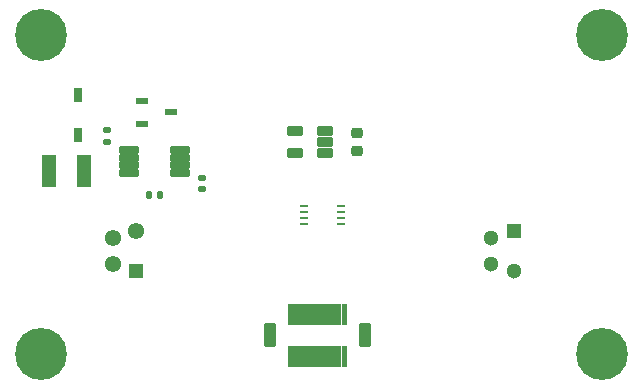
<source format=gbs>
G04 #@! TF.GenerationSoftware,KiCad,Pcbnew,9.0.4*
G04 #@! TF.CreationDate,2025-12-23T06:35:08-05:00*
G04 #@! TF.ProjectId,main_board_peripheral_v2,6d61696e-5f62-46f6-9172-645f70657269,rev?*
G04 #@! TF.SameCoordinates,Original*
G04 #@! TF.FileFunction,Soldermask,Bot*
G04 #@! TF.FilePolarity,Negative*
%FSLAX46Y46*%
G04 Gerber Fmt 4.6, Leading zero omitted, Abs format (unit mm)*
G04 Created by KiCad (PCBNEW 9.0.4) date 2025-12-23 06:35:08*
%MOMM*%
%LPD*%
G01*
G04 APERTURE LIST*
G04 Aperture macros list*
%AMRoundRect*
0 Rectangle with rounded corners*
0 $1 Rounding radius*
0 $2 $3 $4 $5 $6 $7 $8 $9 X,Y pos of 4 corners*
0 Add a 4 corners polygon primitive as box body*
4,1,4,$2,$3,$4,$5,$6,$7,$8,$9,$2,$3,0*
0 Add four circle primitives for the rounded corners*
1,1,$1+$1,$2,$3*
1,1,$1+$1,$4,$5*
1,1,$1+$1,$6,$7*
1,1,$1+$1,$8,$9*
0 Add four rect primitives between the rounded corners*
20,1,$1+$1,$2,$3,$4,$5,0*
20,1,$1+$1,$4,$5,$6,$7,0*
20,1,$1+$1,$6,$7,$8,$9,0*
20,1,$1+$1,$8,$9,$2,$3,0*%
G04 Aperture macros list end*
%ADD10C,0.010000*%
%ADD11C,4.400000*%
%ADD12R,1.300000X1.300000*%
%ADD13C,1.381000*%
%ADD14C,1.300000*%
%ADD15RoundRect,0.085500X-0.751500X-0.256500X0.751500X-0.256500X0.751500X0.256500X-0.751500X0.256500X0*%
%ADD16RoundRect,0.140000X-0.170000X0.140000X-0.170000X-0.140000X0.170000X-0.140000X0.170000X0.140000X0*%
%ADD17R,0.750000X1.200000*%
%ADD18RoundRect,0.198500X0.508500X0.198500X-0.508500X0.198500X-0.508500X-0.198500X0.508500X-0.198500X0*%
%ADD19RoundRect,0.102000X0.400000X0.900000X-0.400000X0.900000X-0.400000X-0.900000X0.400000X-0.900000X0*%
%ADD20R,1.180000X2.810000*%
%ADD21R,0.800100X0.254000*%
%ADD22R,1.050000X0.600000*%
%ADD23RoundRect,0.225000X-0.250000X0.225000X-0.250000X-0.225000X0.250000X-0.225000X0.250000X0.225000X0*%
%ADD24RoundRect,0.140000X0.140000X0.170000X-0.140000X0.170000X-0.140000X-0.170000X0.140000X-0.170000X0*%
G04 APERTURE END LIST*
D10*
X112325000Y-101475000D02*
X111925000Y-101475000D01*
X111925000Y-99775000D01*
X112325000Y-99775000D01*
X112325000Y-101475000D01*
G36*
X112325000Y-101475000D02*
G01*
X111925000Y-101475000D01*
X111925000Y-99775000D01*
X112325000Y-99775000D01*
X112325000Y-101475000D01*
G37*
X112325000Y-105075000D02*
X111925000Y-105075000D01*
X111925000Y-103375000D01*
X112325000Y-103375000D01*
X112325000Y-105075000D01*
G36*
X112325000Y-105075000D02*
G01*
X111925000Y-105075000D01*
X111925000Y-103375000D01*
X112325000Y-103375000D01*
X112325000Y-105075000D01*
G37*
X112825000Y-101475000D02*
X112425000Y-101475000D01*
X112425000Y-99775000D01*
X112825000Y-99775000D01*
X112825000Y-101475000D01*
G36*
X112825000Y-101475000D02*
G01*
X112425000Y-101475000D01*
X112425000Y-99775000D01*
X112825000Y-99775000D01*
X112825000Y-101475000D01*
G37*
X112825000Y-105075000D02*
X112425000Y-105075000D01*
X112425000Y-103375000D01*
X112825000Y-103375000D01*
X112825000Y-105075000D01*
G36*
X112825000Y-105075000D02*
G01*
X112425000Y-105075000D01*
X112425000Y-103375000D01*
X112825000Y-103375000D01*
X112825000Y-105075000D01*
G37*
X113325000Y-101475000D02*
X112925000Y-101475000D01*
X112925000Y-99775000D01*
X113325000Y-99775000D01*
X113325000Y-101475000D01*
G36*
X113325000Y-101475000D02*
G01*
X112925000Y-101475000D01*
X112925000Y-99775000D01*
X113325000Y-99775000D01*
X113325000Y-101475000D01*
G37*
X113325000Y-105075000D02*
X112925000Y-105075000D01*
X112925000Y-103375000D01*
X113325000Y-103375000D01*
X113325000Y-105075000D01*
G36*
X113325000Y-105075000D02*
G01*
X112925000Y-105075000D01*
X112925000Y-103375000D01*
X113325000Y-103375000D01*
X113325000Y-105075000D01*
G37*
X113825000Y-101475000D02*
X113425000Y-101475000D01*
X113425000Y-99775000D01*
X113825000Y-99775000D01*
X113825000Y-101475000D01*
G36*
X113825000Y-101475000D02*
G01*
X113425000Y-101475000D01*
X113425000Y-99775000D01*
X113825000Y-99775000D01*
X113825000Y-101475000D01*
G37*
X113825000Y-105075000D02*
X113425000Y-105075000D01*
X113425000Y-103375000D01*
X113825000Y-103375000D01*
X113825000Y-105075000D01*
G36*
X113825000Y-105075000D02*
G01*
X113425000Y-105075000D01*
X113425000Y-103375000D01*
X113825000Y-103375000D01*
X113825000Y-105075000D01*
G37*
X114325000Y-101475000D02*
X113925000Y-101475000D01*
X113925000Y-99775000D01*
X114325000Y-99775000D01*
X114325000Y-101475000D01*
G36*
X114325000Y-101475000D02*
G01*
X113925000Y-101475000D01*
X113925000Y-99775000D01*
X114325000Y-99775000D01*
X114325000Y-101475000D01*
G37*
X114325000Y-105075000D02*
X113925000Y-105075000D01*
X113925000Y-103375000D01*
X114325000Y-103375000D01*
X114325000Y-105075000D01*
G36*
X114325000Y-105075000D02*
G01*
X113925000Y-105075000D01*
X113925000Y-103375000D01*
X114325000Y-103375000D01*
X114325000Y-105075000D01*
G37*
X114825000Y-101475000D02*
X114425000Y-101475000D01*
X114425000Y-99775000D01*
X114825000Y-99775000D01*
X114825000Y-101475000D01*
G36*
X114825000Y-101475000D02*
G01*
X114425000Y-101475000D01*
X114425000Y-99775000D01*
X114825000Y-99775000D01*
X114825000Y-101475000D01*
G37*
X114825000Y-105075000D02*
X114425000Y-105075000D01*
X114425000Y-103375000D01*
X114825000Y-103375000D01*
X114825000Y-105075000D01*
G36*
X114825000Y-105075000D02*
G01*
X114425000Y-105075000D01*
X114425000Y-103375000D01*
X114825000Y-103375000D01*
X114825000Y-105075000D01*
G37*
X115325000Y-101475000D02*
X114925000Y-101475000D01*
X114925000Y-99775000D01*
X115325000Y-99775000D01*
X115325000Y-101475000D01*
G36*
X115325000Y-101475000D02*
G01*
X114925000Y-101475000D01*
X114925000Y-99775000D01*
X115325000Y-99775000D01*
X115325000Y-101475000D01*
G37*
X115325000Y-105075000D02*
X114925000Y-105075000D01*
X114925000Y-103375000D01*
X115325000Y-103375000D01*
X115325000Y-105075000D01*
G36*
X115325000Y-105075000D02*
G01*
X114925000Y-105075000D01*
X114925000Y-103375000D01*
X115325000Y-103375000D01*
X115325000Y-105075000D01*
G37*
X115825000Y-101475000D02*
X115425000Y-101475000D01*
X115425000Y-99775000D01*
X115825000Y-99775000D01*
X115825000Y-101475000D01*
G36*
X115825000Y-101475000D02*
G01*
X115425000Y-101475000D01*
X115425000Y-99775000D01*
X115825000Y-99775000D01*
X115825000Y-101475000D01*
G37*
X115825000Y-105075000D02*
X115425000Y-105075000D01*
X115425000Y-103375000D01*
X115825000Y-103375000D01*
X115825000Y-105075000D01*
G36*
X115825000Y-105075000D02*
G01*
X115425000Y-105075000D01*
X115425000Y-103375000D01*
X115825000Y-103375000D01*
X115825000Y-105075000D01*
G37*
X116325000Y-101475000D02*
X115925000Y-101475000D01*
X115925000Y-99775000D01*
X116325000Y-99775000D01*
X116325000Y-101475000D01*
G36*
X116325000Y-101475000D02*
G01*
X115925000Y-101475000D01*
X115925000Y-99775000D01*
X116325000Y-99775000D01*
X116325000Y-101475000D01*
G37*
X116325000Y-105075000D02*
X115925000Y-105075000D01*
X115925000Y-103375000D01*
X116325000Y-103375000D01*
X116325000Y-105075000D01*
G36*
X116325000Y-105075000D02*
G01*
X115925000Y-105075000D01*
X115925000Y-103375000D01*
X116325000Y-103375000D01*
X116325000Y-105075000D01*
G37*
X116825000Y-101475000D02*
X116425000Y-101475000D01*
X116425000Y-99775000D01*
X116825000Y-99775000D01*
X116825000Y-101475000D01*
G36*
X116825000Y-101475000D02*
G01*
X116425000Y-101475000D01*
X116425000Y-99775000D01*
X116825000Y-99775000D01*
X116825000Y-101475000D01*
G37*
X116825000Y-105075000D02*
X116425000Y-105075000D01*
X116425000Y-103375000D01*
X116825000Y-103375000D01*
X116825000Y-105075000D01*
G36*
X116825000Y-105075000D02*
G01*
X116425000Y-105075000D01*
X116425000Y-103375000D01*
X116825000Y-103375000D01*
X116825000Y-105075000D01*
G37*
D11*
X91000000Y-104000000D03*
X138500000Y-104000000D03*
D12*
X99000000Y-97000000D03*
D13*
X97050000Y-96375000D03*
X99000000Y-93600000D03*
X97050000Y-94225000D03*
D11*
X138500000Y-77000000D03*
X91000000Y-77000000D03*
D12*
X131000000Y-93600000D03*
D14*
X129050000Y-94225000D03*
X131000000Y-97000000D03*
X129050000Y-96375000D03*
D15*
X98445000Y-88694999D03*
X98445000Y-88044999D03*
X98445000Y-87394999D03*
X98445000Y-86744999D03*
X102745000Y-86744999D03*
X102745000Y-87394999D03*
X102745000Y-88044999D03*
X102745000Y-88694999D03*
D16*
X104595000Y-89089999D03*
X104595000Y-90049999D03*
D17*
X94095000Y-85469999D03*
X94095000Y-82069999D03*
D18*
X115010000Y-85100000D03*
X115010000Y-86050000D03*
X115010000Y-87000000D03*
X112500000Y-87000000D03*
X112500000Y-85100000D03*
D19*
X118375000Y-102425000D03*
X110375000Y-102425000D03*
D20*
X91610000Y-88569999D03*
X94580000Y-88569999D03*
D21*
X116361500Y-91499999D03*
X116361500Y-92000000D03*
X116361500Y-92500000D03*
X116361500Y-93000001D03*
X113250000Y-93000001D03*
X113250000Y-92500000D03*
X113250000Y-92000000D03*
X113250000Y-91499999D03*
D22*
X99495000Y-84519999D03*
X99495000Y-82619999D03*
X101945000Y-83569999D03*
D23*
X117755000Y-85275000D03*
X117755000Y-86825000D03*
D24*
X101055000Y-90569999D03*
X100095000Y-90569999D03*
D16*
X96595000Y-85089999D03*
X96595000Y-86049999D03*
M02*

</source>
